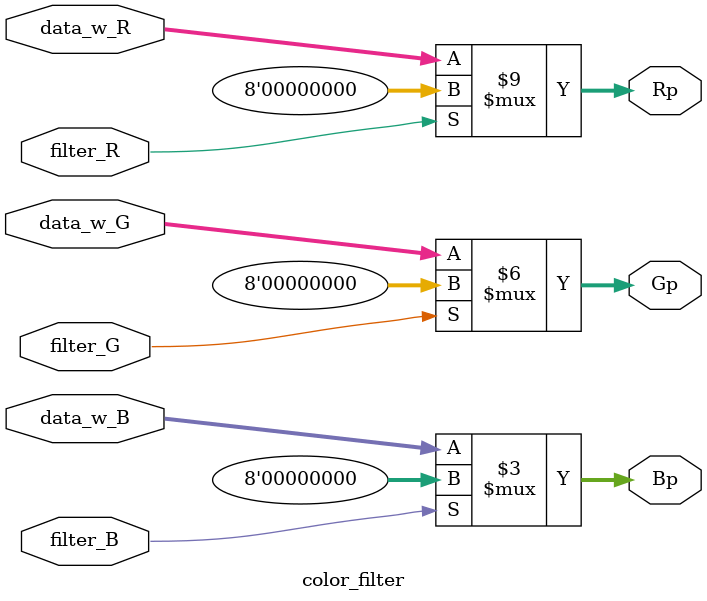
<source format=v>
module color_filter (
              //  input  wire clk,            // System clock.
                output reg  [7:0] Rp,             // Pixel (R) 
                output reg  [7:0] Gp,             // Pixel (G) 
                output reg  [7:0] Bp,            // Pixel (B) 
                input [7:0] data_w_R,
                input [7:0] data_w_G,
                input [7:0] data_w_B,

                input filter_R,
                input filter_G,
                input filter_B,
                );

 

  always @(*) begin
    if(filter_R) begin
      Rp <= 0;
    end
    else begin
      Rp <= data_w_R;
    end
    if(filter_G) begin
      Gp <= 0;
    end
    else begin
      Gp <= data_w_G;
    end
    if(filter_B) begin
      Bp <= 0;
    end
    else begin
      Bp <= data_w_B;
    end
  end


endmodule
</source>
